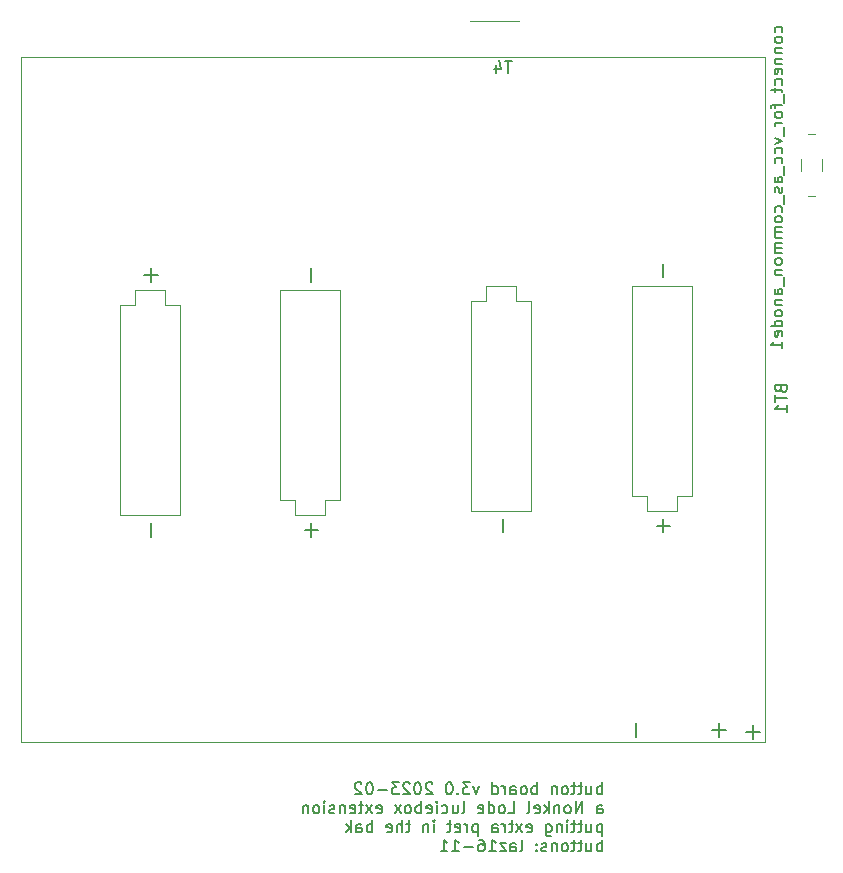
<source format=gbr>
%TF.GenerationSoftware,KiCad,Pcbnew,(6.0.0)*%
%TF.CreationDate,2023-02-05T23:33:58-08:00*%
%TF.ProjectId,button_pcb,62757474-6f6e-45f7-9063-622e6b696361,rev?*%
%TF.SameCoordinates,Original*%
%TF.FileFunction,Legend,Bot*%
%TF.FilePolarity,Positive*%
%FSLAX46Y46*%
G04 Gerber Fmt 4.6, Leading zero omitted, Abs format (unit mm)*
G04 Created by KiCad (PCBNEW (6.0.0)) date 2023-02-05 23:33:58*
%MOMM*%
%LPD*%
G01*
G04 APERTURE LIST*
%ADD10C,0.150000*%
%ADD11C,0.120000*%
%ADD12C,0.100000*%
G04 APERTURE END LIST*
D10*
X56560404Y-93541380D02*
X56560404Y-92541380D01*
X56560404Y-92922333D02*
X56465166Y-92874714D01*
X56274690Y-92874714D01*
X56179452Y-92922333D01*
X56131833Y-92969952D01*
X56084214Y-93065190D01*
X56084214Y-93350904D01*
X56131833Y-93446142D01*
X56179452Y-93493761D01*
X56274690Y-93541380D01*
X56465166Y-93541380D01*
X56560404Y-93493761D01*
X55227071Y-92874714D02*
X55227071Y-93541380D01*
X55655642Y-92874714D02*
X55655642Y-93398523D01*
X55608023Y-93493761D01*
X55512785Y-93541380D01*
X55369928Y-93541380D01*
X55274690Y-93493761D01*
X55227071Y-93446142D01*
X54893738Y-92874714D02*
X54512785Y-92874714D01*
X54750880Y-92541380D02*
X54750880Y-93398523D01*
X54703261Y-93493761D01*
X54608023Y-93541380D01*
X54512785Y-93541380D01*
X54322309Y-92874714D02*
X53941357Y-92874714D01*
X54179452Y-92541380D02*
X54179452Y-93398523D01*
X54131833Y-93493761D01*
X54036595Y-93541380D01*
X53941357Y-93541380D01*
X53465166Y-93541380D02*
X53560404Y-93493761D01*
X53608023Y-93446142D01*
X53655642Y-93350904D01*
X53655642Y-93065190D01*
X53608023Y-92969952D01*
X53560404Y-92922333D01*
X53465166Y-92874714D01*
X53322309Y-92874714D01*
X53227071Y-92922333D01*
X53179452Y-92969952D01*
X53131833Y-93065190D01*
X53131833Y-93350904D01*
X53179452Y-93446142D01*
X53227071Y-93493761D01*
X53322309Y-93541380D01*
X53465166Y-93541380D01*
X52703261Y-92874714D02*
X52703261Y-93541380D01*
X52703261Y-92969952D02*
X52655642Y-92922333D01*
X52560404Y-92874714D01*
X52417547Y-92874714D01*
X52322309Y-92922333D01*
X52274690Y-93017571D01*
X52274690Y-93541380D01*
X51036595Y-93541380D02*
X51036595Y-92541380D01*
X51036595Y-92922333D02*
X50941357Y-92874714D01*
X50750880Y-92874714D01*
X50655642Y-92922333D01*
X50608023Y-92969952D01*
X50560404Y-93065190D01*
X50560404Y-93350904D01*
X50608023Y-93446142D01*
X50655642Y-93493761D01*
X50750880Y-93541380D01*
X50941357Y-93541380D01*
X51036595Y-93493761D01*
X49988976Y-93541380D02*
X50084214Y-93493761D01*
X50131833Y-93446142D01*
X50179452Y-93350904D01*
X50179452Y-93065190D01*
X50131833Y-92969952D01*
X50084214Y-92922333D01*
X49988976Y-92874714D01*
X49846119Y-92874714D01*
X49750880Y-92922333D01*
X49703261Y-92969952D01*
X49655642Y-93065190D01*
X49655642Y-93350904D01*
X49703261Y-93446142D01*
X49750880Y-93493761D01*
X49846119Y-93541380D01*
X49988976Y-93541380D01*
X48798500Y-93541380D02*
X48798500Y-93017571D01*
X48846119Y-92922333D01*
X48941357Y-92874714D01*
X49131833Y-92874714D01*
X49227071Y-92922333D01*
X48798500Y-93493761D02*
X48893738Y-93541380D01*
X49131833Y-93541380D01*
X49227071Y-93493761D01*
X49274690Y-93398523D01*
X49274690Y-93303285D01*
X49227071Y-93208047D01*
X49131833Y-93160428D01*
X48893738Y-93160428D01*
X48798500Y-93112809D01*
X48322309Y-93541380D02*
X48322309Y-92874714D01*
X48322309Y-93065190D02*
X48274690Y-92969952D01*
X48227071Y-92922333D01*
X48131833Y-92874714D01*
X48036595Y-92874714D01*
X47274690Y-93541380D02*
X47274690Y-92541380D01*
X47274690Y-93493761D02*
X47369928Y-93541380D01*
X47560404Y-93541380D01*
X47655642Y-93493761D01*
X47703261Y-93446142D01*
X47750880Y-93350904D01*
X47750880Y-93065190D01*
X47703261Y-92969952D01*
X47655642Y-92922333D01*
X47560404Y-92874714D01*
X47369928Y-92874714D01*
X47274690Y-92922333D01*
X46131833Y-92874714D02*
X45893738Y-93541380D01*
X45655642Y-92874714D01*
X45369928Y-92541380D02*
X44750880Y-92541380D01*
X45084214Y-92922333D01*
X44941357Y-92922333D01*
X44846119Y-92969952D01*
X44798500Y-93017571D01*
X44750880Y-93112809D01*
X44750880Y-93350904D01*
X44798500Y-93446142D01*
X44846119Y-93493761D01*
X44941357Y-93541380D01*
X45227071Y-93541380D01*
X45322309Y-93493761D01*
X45369928Y-93446142D01*
X44322309Y-93446142D02*
X44274690Y-93493761D01*
X44322309Y-93541380D01*
X44369928Y-93493761D01*
X44322309Y-93446142D01*
X44322309Y-93541380D01*
X43655642Y-92541380D02*
X43560404Y-92541380D01*
X43465166Y-92589000D01*
X43417547Y-92636619D01*
X43369928Y-92731857D01*
X43322309Y-92922333D01*
X43322309Y-93160428D01*
X43369928Y-93350904D01*
X43417547Y-93446142D01*
X43465166Y-93493761D01*
X43560404Y-93541380D01*
X43655642Y-93541380D01*
X43750880Y-93493761D01*
X43798500Y-93446142D01*
X43846119Y-93350904D01*
X43893738Y-93160428D01*
X43893738Y-92922333D01*
X43846119Y-92731857D01*
X43798500Y-92636619D01*
X43750880Y-92589000D01*
X43655642Y-92541380D01*
X42179452Y-92636619D02*
X42131833Y-92589000D01*
X42036595Y-92541380D01*
X41798500Y-92541380D01*
X41703261Y-92589000D01*
X41655642Y-92636619D01*
X41608023Y-92731857D01*
X41608023Y-92827095D01*
X41655642Y-92969952D01*
X42227071Y-93541380D01*
X41608023Y-93541380D01*
X40988976Y-92541380D02*
X40893738Y-92541380D01*
X40798500Y-92589000D01*
X40750880Y-92636619D01*
X40703261Y-92731857D01*
X40655642Y-92922333D01*
X40655642Y-93160428D01*
X40703261Y-93350904D01*
X40750880Y-93446142D01*
X40798500Y-93493761D01*
X40893738Y-93541380D01*
X40988976Y-93541380D01*
X41084214Y-93493761D01*
X41131833Y-93446142D01*
X41179452Y-93350904D01*
X41227071Y-93160428D01*
X41227071Y-92922333D01*
X41179452Y-92731857D01*
X41131833Y-92636619D01*
X41084214Y-92589000D01*
X40988976Y-92541380D01*
X40274690Y-92636619D02*
X40227071Y-92589000D01*
X40131833Y-92541380D01*
X39893738Y-92541380D01*
X39798500Y-92589000D01*
X39750880Y-92636619D01*
X39703261Y-92731857D01*
X39703261Y-92827095D01*
X39750880Y-92969952D01*
X40322309Y-93541380D01*
X39703261Y-93541380D01*
X39369928Y-92541380D02*
X38750880Y-92541380D01*
X39084214Y-92922333D01*
X38941357Y-92922333D01*
X38846119Y-92969952D01*
X38798500Y-93017571D01*
X38750880Y-93112809D01*
X38750880Y-93350904D01*
X38798500Y-93446142D01*
X38846119Y-93493761D01*
X38941357Y-93541380D01*
X39227071Y-93541380D01*
X39322309Y-93493761D01*
X39369928Y-93446142D01*
X38322309Y-93160428D02*
X37560404Y-93160428D01*
X36893738Y-92541380D02*
X36798500Y-92541380D01*
X36703261Y-92589000D01*
X36655642Y-92636619D01*
X36608023Y-92731857D01*
X36560404Y-92922333D01*
X36560404Y-93160428D01*
X36608023Y-93350904D01*
X36655642Y-93446142D01*
X36703261Y-93493761D01*
X36798500Y-93541380D01*
X36893738Y-93541380D01*
X36988976Y-93493761D01*
X37036595Y-93446142D01*
X37084214Y-93350904D01*
X37131833Y-93160428D01*
X37131833Y-92922333D01*
X37084214Y-92731857D01*
X37036595Y-92636619D01*
X36988976Y-92589000D01*
X36893738Y-92541380D01*
X36179452Y-92636619D02*
X36131833Y-92589000D01*
X36036595Y-92541380D01*
X35798500Y-92541380D01*
X35703261Y-92589000D01*
X35655642Y-92636619D01*
X35608023Y-92731857D01*
X35608023Y-92827095D01*
X35655642Y-92969952D01*
X36227071Y-93541380D01*
X35608023Y-93541380D01*
X56131833Y-95151380D02*
X56131833Y-94627571D01*
X56179452Y-94532333D01*
X56274690Y-94484714D01*
X56465166Y-94484714D01*
X56560404Y-94532333D01*
X56131833Y-95103761D02*
X56227071Y-95151380D01*
X56465166Y-95151380D01*
X56560404Y-95103761D01*
X56608023Y-95008523D01*
X56608023Y-94913285D01*
X56560404Y-94818047D01*
X56465166Y-94770428D01*
X56227071Y-94770428D01*
X56131833Y-94722809D01*
X54893738Y-95151380D02*
X54893738Y-94151380D01*
X54322309Y-95151380D01*
X54322309Y-94151380D01*
X53703261Y-95151380D02*
X53798500Y-95103761D01*
X53846119Y-95056142D01*
X53893738Y-94960904D01*
X53893738Y-94675190D01*
X53846119Y-94579952D01*
X53798500Y-94532333D01*
X53703261Y-94484714D01*
X53560404Y-94484714D01*
X53465166Y-94532333D01*
X53417547Y-94579952D01*
X53369928Y-94675190D01*
X53369928Y-94960904D01*
X53417547Y-95056142D01*
X53465166Y-95103761D01*
X53560404Y-95151380D01*
X53703261Y-95151380D01*
X52941357Y-94484714D02*
X52941357Y-95151380D01*
X52941357Y-94579952D02*
X52893738Y-94532333D01*
X52798500Y-94484714D01*
X52655642Y-94484714D01*
X52560404Y-94532333D01*
X52512785Y-94627571D01*
X52512785Y-95151380D01*
X52036595Y-95151380D02*
X52036595Y-94151380D01*
X51941357Y-94770428D02*
X51655642Y-95151380D01*
X51655642Y-94484714D02*
X52036595Y-94865666D01*
X50846119Y-95103761D02*
X50941357Y-95151380D01*
X51131833Y-95151380D01*
X51227071Y-95103761D01*
X51274690Y-95008523D01*
X51274690Y-94627571D01*
X51227071Y-94532333D01*
X51131833Y-94484714D01*
X50941357Y-94484714D01*
X50846119Y-94532333D01*
X50798500Y-94627571D01*
X50798500Y-94722809D01*
X51274690Y-94818047D01*
X50227071Y-95151380D02*
X50322309Y-95103761D01*
X50369928Y-95008523D01*
X50369928Y-94151380D01*
X48608023Y-95151380D02*
X49084214Y-95151380D01*
X49084214Y-94151380D01*
X48131833Y-95151380D02*
X48227071Y-95103761D01*
X48274690Y-95056142D01*
X48322309Y-94960904D01*
X48322309Y-94675190D01*
X48274690Y-94579952D01*
X48227071Y-94532333D01*
X48131833Y-94484714D01*
X47988976Y-94484714D01*
X47893738Y-94532333D01*
X47846119Y-94579952D01*
X47798500Y-94675190D01*
X47798500Y-94960904D01*
X47846119Y-95056142D01*
X47893738Y-95103761D01*
X47988976Y-95151380D01*
X48131833Y-95151380D01*
X46941357Y-95151380D02*
X46941357Y-94151380D01*
X46941357Y-95103761D02*
X47036595Y-95151380D01*
X47227071Y-95151380D01*
X47322309Y-95103761D01*
X47369928Y-95056142D01*
X47417547Y-94960904D01*
X47417547Y-94675190D01*
X47369928Y-94579952D01*
X47322309Y-94532333D01*
X47227071Y-94484714D01*
X47036595Y-94484714D01*
X46941357Y-94532333D01*
X46084214Y-95103761D02*
X46179452Y-95151380D01*
X46369928Y-95151380D01*
X46465166Y-95103761D01*
X46512785Y-95008523D01*
X46512785Y-94627571D01*
X46465166Y-94532333D01*
X46369928Y-94484714D01*
X46179452Y-94484714D01*
X46084214Y-94532333D01*
X46036595Y-94627571D01*
X46036595Y-94722809D01*
X46512785Y-94818047D01*
X44703261Y-95151380D02*
X44798500Y-95103761D01*
X44846119Y-95008523D01*
X44846119Y-94151380D01*
X43893738Y-94484714D02*
X43893738Y-95151380D01*
X44322309Y-94484714D02*
X44322309Y-95008523D01*
X44274690Y-95103761D01*
X44179452Y-95151380D01*
X44036595Y-95151380D01*
X43941357Y-95103761D01*
X43893738Y-95056142D01*
X42988976Y-95103761D02*
X43084214Y-95151380D01*
X43274690Y-95151380D01*
X43369928Y-95103761D01*
X43417547Y-95056142D01*
X43465166Y-94960904D01*
X43465166Y-94675190D01*
X43417547Y-94579952D01*
X43369928Y-94532333D01*
X43274690Y-94484714D01*
X43084214Y-94484714D01*
X42988976Y-94532333D01*
X42560404Y-95151380D02*
X42560404Y-94484714D01*
X42560404Y-94151380D02*
X42608023Y-94199000D01*
X42560404Y-94246619D01*
X42512785Y-94199000D01*
X42560404Y-94151380D01*
X42560404Y-94246619D01*
X41703261Y-95103761D02*
X41798500Y-95151380D01*
X41988976Y-95151380D01*
X42084214Y-95103761D01*
X42131833Y-95008523D01*
X42131833Y-94627571D01*
X42084214Y-94532333D01*
X41988976Y-94484714D01*
X41798500Y-94484714D01*
X41703261Y-94532333D01*
X41655642Y-94627571D01*
X41655642Y-94722809D01*
X42131833Y-94818047D01*
X41227071Y-95151380D02*
X41227071Y-94151380D01*
X41227071Y-94532333D02*
X41131833Y-94484714D01*
X40941357Y-94484714D01*
X40846119Y-94532333D01*
X40798500Y-94579952D01*
X40750880Y-94675190D01*
X40750880Y-94960904D01*
X40798500Y-95056142D01*
X40846119Y-95103761D01*
X40941357Y-95151380D01*
X41131833Y-95151380D01*
X41227071Y-95103761D01*
X40179452Y-95151380D02*
X40274690Y-95103761D01*
X40322309Y-95056142D01*
X40369928Y-94960904D01*
X40369928Y-94675190D01*
X40322309Y-94579952D01*
X40274690Y-94532333D01*
X40179452Y-94484714D01*
X40036595Y-94484714D01*
X39941357Y-94532333D01*
X39893738Y-94579952D01*
X39846119Y-94675190D01*
X39846119Y-94960904D01*
X39893738Y-95056142D01*
X39941357Y-95103761D01*
X40036595Y-95151380D01*
X40179452Y-95151380D01*
X39512785Y-95151380D02*
X38988976Y-94484714D01*
X39512785Y-94484714D02*
X38988976Y-95151380D01*
X37465166Y-95103761D02*
X37560404Y-95151380D01*
X37750880Y-95151380D01*
X37846119Y-95103761D01*
X37893738Y-95008523D01*
X37893738Y-94627571D01*
X37846119Y-94532333D01*
X37750880Y-94484714D01*
X37560404Y-94484714D01*
X37465166Y-94532333D01*
X37417547Y-94627571D01*
X37417547Y-94722809D01*
X37893738Y-94818047D01*
X37084214Y-95151380D02*
X36560404Y-94484714D01*
X37084214Y-94484714D02*
X36560404Y-95151380D01*
X36322309Y-94484714D02*
X35941357Y-94484714D01*
X36179452Y-94151380D02*
X36179452Y-95008523D01*
X36131833Y-95103761D01*
X36036595Y-95151380D01*
X35941357Y-95151380D01*
X35227071Y-95103761D02*
X35322309Y-95151380D01*
X35512785Y-95151380D01*
X35608023Y-95103761D01*
X35655642Y-95008523D01*
X35655642Y-94627571D01*
X35608023Y-94532333D01*
X35512785Y-94484714D01*
X35322309Y-94484714D01*
X35227071Y-94532333D01*
X35179452Y-94627571D01*
X35179452Y-94722809D01*
X35655642Y-94818047D01*
X34750880Y-94484714D02*
X34750880Y-95151380D01*
X34750880Y-94579952D02*
X34703261Y-94532333D01*
X34608023Y-94484714D01*
X34465166Y-94484714D01*
X34369928Y-94532333D01*
X34322309Y-94627571D01*
X34322309Y-95151380D01*
X33893738Y-95103761D02*
X33798500Y-95151380D01*
X33608023Y-95151380D01*
X33512785Y-95103761D01*
X33465166Y-95008523D01*
X33465166Y-94960904D01*
X33512785Y-94865666D01*
X33608023Y-94818047D01*
X33750880Y-94818047D01*
X33846119Y-94770428D01*
X33893738Y-94675190D01*
X33893738Y-94627571D01*
X33846119Y-94532333D01*
X33750880Y-94484714D01*
X33608023Y-94484714D01*
X33512785Y-94532333D01*
X33036595Y-95151380D02*
X33036595Y-94484714D01*
X33036595Y-94151380D02*
X33084214Y-94199000D01*
X33036595Y-94246619D01*
X32988976Y-94199000D01*
X33036595Y-94151380D01*
X33036595Y-94246619D01*
X32417547Y-95151380D02*
X32512785Y-95103761D01*
X32560404Y-95056142D01*
X32608023Y-94960904D01*
X32608023Y-94675190D01*
X32560404Y-94579952D01*
X32512785Y-94532333D01*
X32417547Y-94484714D01*
X32274690Y-94484714D01*
X32179452Y-94532333D01*
X32131833Y-94579952D01*
X32084214Y-94675190D01*
X32084214Y-94960904D01*
X32131833Y-95056142D01*
X32179452Y-95103761D01*
X32274690Y-95151380D01*
X32417547Y-95151380D01*
X31655642Y-94484714D02*
X31655642Y-95151380D01*
X31655642Y-94579952D02*
X31608023Y-94532333D01*
X31512785Y-94484714D01*
X31369928Y-94484714D01*
X31274690Y-94532333D01*
X31227071Y-94627571D01*
X31227071Y-95151380D01*
X56560404Y-96094714D02*
X56560404Y-97094714D01*
X56560404Y-96142333D02*
X56465166Y-96094714D01*
X56274690Y-96094714D01*
X56179452Y-96142333D01*
X56131833Y-96189952D01*
X56084214Y-96285190D01*
X56084214Y-96570904D01*
X56131833Y-96666142D01*
X56179452Y-96713761D01*
X56274690Y-96761380D01*
X56465166Y-96761380D01*
X56560404Y-96713761D01*
X55227071Y-96094714D02*
X55227071Y-96761380D01*
X55655642Y-96094714D02*
X55655642Y-96618523D01*
X55608023Y-96713761D01*
X55512785Y-96761380D01*
X55369928Y-96761380D01*
X55274690Y-96713761D01*
X55227071Y-96666142D01*
X54893738Y-96094714D02*
X54512785Y-96094714D01*
X54750880Y-95761380D02*
X54750880Y-96618523D01*
X54703261Y-96713761D01*
X54608023Y-96761380D01*
X54512785Y-96761380D01*
X54322309Y-96094714D02*
X53941357Y-96094714D01*
X54179452Y-95761380D02*
X54179452Y-96618523D01*
X54131833Y-96713761D01*
X54036595Y-96761380D01*
X53941357Y-96761380D01*
X53608023Y-96761380D02*
X53608023Y-96094714D01*
X53608023Y-95761380D02*
X53655642Y-95809000D01*
X53608023Y-95856619D01*
X53560404Y-95809000D01*
X53608023Y-95761380D01*
X53608023Y-95856619D01*
X53131833Y-96094714D02*
X53131833Y-96761380D01*
X53131833Y-96189952D02*
X53084214Y-96142333D01*
X52988976Y-96094714D01*
X52846119Y-96094714D01*
X52750880Y-96142333D01*
X52703261Y-96237571D01*
X52703261Y-96761380D01*
X51798500Y-96094714D02*
X51798500Y-96904238D01*
X51846119Y-96999476D01*
X51893738Y-97047095D01*
X51988976Y-97094714D01*
X52131833Y-97094714D01*
X52227071Y-97047095D01*
X51798500Y-96713761D02*
X51893738Y-96761380D01*
X52084214Y-96761380D01*
X52179452Y-96713761D01*
X52227071Y-96666142D01*
X52274690Y-96570904D01*
X52274690Y-96285190D01*
X52227071Y-96189952D01*
X52179452Y-96142333D01*
X52084214Y-96094714D01*
X51893738Y-96094714D01*
X51798500Y-96142333D01*
X50179452Y-96713761D02*
X50274690Y-96761380D01*
X50465166Y-96761380D01*
X50560404Y-96713761D01*
X50608023Y-96618523D01*
X50608023Y-96237571D01*
X50560404Y-96142333D01*
X50465166Y-96094714D01*
X50274690Y-96094714D01*
X50179452Y-96142333D01*
X50131833Y-96237571D01*
X50131833Y-96332809D01*
X50608023Y-96428047D01*
X49798500Y-96761380D02*
X49274690Y-96094714D01*
X49798500Y-96094714D02*
X49274690Y-96761380D01*
X49036595Y-96094714D02*
X48655642Y-96094714D01*
X48893738Y-95761380D02*
X48893738Y-96618523D01*
X48846119Y-96713761D01*
X48750880Y-96761380D01*
X48655642Y-96761380D01*
X48322309Y-96761380D02*
X48322309Y-96094714D01*
X48322309Y-96285190D02*
X48274690Y-96189952D01*
X48227071Y-96142333D01*
X48131833Y-96094714D01*
X48036595Y-96094714D01*
X47274690Y-96761380D02*
X47274690Y-96237571D01*
X47322309Y-96142333D01*
X47417547Y-96094714D01*
X47608023Y-96094714D01*
X47703261Y-96142333D01*
X47274690Y-96713761D02*
X47369928Y-96761380D01*
X47608023Y-96761380D01*
X47703261Y-96713761D01*
X47750880Y-96618523D01*
X47750880Y-96523285D01*
X47703261Y-96428047D01*
X47608023Y-96380428D01*
X47369928Y-96380428D01*
X47274690Y-96332809D01*
X46036595Y-96094714D02*
X46036595Y-97094714D01*
X46036595Y-96142333D02*
X45941357Y-96094714D01*
X45750880Y-96094714D01*
X45655642Y-96142333D01*
X45608023Y-96189952D01*
X45560404Y-96285190D01*
X45560404Y-96570904D01*
X45608023Y-96666142D01*
X45655642Y-96713761D01*
X45750880Y-96761380D01*
X45941357Y-96761380D01*
X46036595Y-96713761D01*
X45131833Y-96761380D02*
X45131833Y-96094714D01*
X45131833Y-96285190D02*
X45084214Y-96189952D01*
X45036595Y-96142333D01*
X44941357Y-96094714D01*
X44846119Y-96094714D01*
X44131833Y-96713761D02*
X44227071Y-96761380D01*
X44417547Y-96761380D01*
X44512785Y-96713761D01*
X44560404Y-96618523D01*
X44560404Y-96237571D01*
X44512785Y-96142333D01*
X44417547Y-96094714D01*
X44227071Y-96094714D01*
X44131833Y-96142333D01*
X44084214Y-96237571D01*
X44084214Y-96332809D01*
X44560404Y-96428047D01*
X43798500Y-96094714D02*
X43417547Y-96094714D01*
X43655642Y-95761380D02*
X43655642Y-96618523D01*
X43608023Y-96713761D01*
X43512785Y-96761380D01*
X43417547Y-96761380D01*
X42322309Y-96761380D02*
X42322309Y-96094714D01*
X42322309Y-95761380D02*
X42369928Y-95809000D01*
X42322309Y-95856619D01*
X42274690Y-95809000D01*
X42322309Y-95761380D01*
X42322309Y-95856619D01*
X41846119Y-96094714D02*
X41846119Y-96761380D01*
X41846119Y-96189952D02*
X41798500Y-96142333D01*
X41703261Y-96094714D01*
X41560404Y-96094714D01*
X41465166Y-96142333D01*
X41417547Y-96237571D01*
X41417547Y-96761380D01*
X40322309Y-96094714D02*
X39941357Y-96094714D01*
X40179452Y-95761380D02*
X40179452Y-96618523D01*
X40131833Y-96713761D01*
X40036595Y-96761380D01*
X39941357Y-96761380D01*
X39608023Y-96761380D02*
X39608023Y-95761380D01*
X39179452Y-96761380D02*
X39179452Y-96237571D01*
X39227071Y-96142333D01*
X39322309Y-96094714D01*
X39465166Y-96094714D01*
X39560404Y-96142333D01*
X39608023Y-96189952D01*
X38322309Y-96713761D02*
X38417547Y-96761380D01*
X38608023Y-96761380D01*
X38703261Y-96713761D01*
X38750880Y-96618523D01*
X38750880Y-96237571D01*
X38703261Y-96142333D01*
X38608023Y-96094714D01*
X38417547Y-96094714D01*
X38322309Y-96142333D01*
X38274690Y-96237571D01*
X38274690Y-96332809D01*
X38750880Y-96428047D01*
X37084214Y-96761380D02*
X37084214Y-95761380D01*
X37084214Y-96142333D02*
X36988976Y-96094714D01*
X36798500Y-96094714D01*
X36703261Y-96142333D01*
X36655642Y-96189952D01*
X36608023Y-96285190D01*
X36608023Y-96570904D01*
X36655642Y-96666142D01*
X36703261Y-96713761D01*
X36798500Y-96761380D01*
X36988976Y-96761380D01*
X37084214Y-96713761D01*
X35750880Y-96761380D02*
X35750880Y-96237571D01*
X35798500Y-96142333D01*
X35893738Y-96094714D01*
X36084214Y-96094714D01*
X36179452Y-96142333D01*
X35750880Y-96713761D02*
X35846119Y-96761380D01*
X36084214Y-96761380D01*
X36179452Y-96713761D01*
X36227071Y-96618523D01*
X36227071Y-96523285D01*
X36179452Y-96428047D01*
X36084214Y-96380428D01*
X35846119Y-96380428D01*
X35750880Y-96332809D01*
X35274690Y-96761380D02*
X35274690Y-95761380D01*
X35179452Y-96380428D02*
X34893738Y-96761380D01*
X34893738Y-96094714D02*
X35274690Y-96475666D01*
X56560404Y-98371380D02*
X56560404Y-97371380D01*
X56560404Y-97752333D02*
X56465166Y-97704714D01*
X56274690Y-97704714D01*
X56179452Y-97752333D01*
X56131833Y-97799952D01*
X56084214Y-97895190D01*
X56084214Y-98180904D01*
X56131833Y-98276142D01*
X56179452Y-98323761D01*
X56274690Y-98371380D01*
X56465166Y-98371380D01*
X56560404Y-98323761D01*
X55227071Y-97704714D02*
X55227071Y-98371380D01*
X55655642Y-97704714D02*
X55655642Y-98228523D01*
X55608023Y-98323761D01*
X55512785Y-98371380D01*
X55369928Y-98371380D01*
X55274690Y-98323761D01*
X55227071Y-98276142D01*
X54893738Y-97704714D02*
X54512785Y-97704714D01*
X54750880Y-97371380D02*
X54750880Y-98228523D01*
X54703261Y-98323761D01*
X54608023Y-98371380D01*
X54512785Y-98371380D01*
X54322309Y-97704714D02*
X53941357Y-97704714D01*
X54179452Y-97371380D02*
X54179452Y-98228523D01*
X54131833Y-98323761D01*
X54036595Y-98371380D01*
X53941357Y-98371380D01*
X53465166Y-98371380D02*
X53560404Y-98323761D01*
X53608023Y-98276142D01*
X53655642Y-98180904D01*
X53655642Y-97895190D01*
X53608023Y-97799952D01*
X53560404Y-97752333D01*
X53465166Y-97704714D01*
X53322309Y-97704714D01*
X53227071Y-97752333D01*
X53179452Y-97799952D01*
X53131833Y-97895190D01*
X53131833Y-98180904D01*
X53179452Y-98276142D01*
X53227071Y-98323761D01*
X53322309Y-98371380D01*
X53465166Y-98371380D01*
X52703261Y-97704714D02*
X52703261Y-98371380D01*
X52703261Y-97799952D02*
X52655642Y-97752333D01*
X52560404Y-97704714D01*
X52417547Y-97704714D01*
X52322309Y-97752333D01*
X52274690Y-97847571D01*
X52274690Y-98371380D01*
X51846119Y-98323761D02*
X51750880Y-98371380D01*
X51560404Y-98371380D01*
X51465166Y-98323761D01*
X51417547Y-98228523D01*
X51417547Y-98180904D01*
X51465166Y-98085666D01*
X51560404Y-98038047D01*
X51703261Y-98038047D01*
X51798500Y-97990428D01*
X51846119Y-97895190D01*
X51846119Y-97847571D01*
X51798500Y-97752333D01*
X51703261Y-97704714D01*
X51560404Y-97704714D01*
X51465166Y-97752333D01*
X50988976Y-98276142D02*
X50941357Y-98323761D01*
X50988976Y-98371380D01*
X51036595Y-98323761D01*
X50988976Y-98276142D01*
X50988976Y-98371380D01*
X50988976Y-97752333D02*
X50941357Y-97799952D01*
X50988976Y-97847571D01*
X51036595Y-97799952D01*
X50988976Y-97752333D01*
X50988976Y-97847571D01*
X49608023Y-98371380D02*
X49703261Y-98323761D01*
X49750880Y-98228523D01*
X49750880Y-97371380D01*
X48798500Y-98371380D02*
X48798500Y-97847571D01*
X48846119Y-97752333D01*
X48941357Y-97704714D01*
X49131833Y-97704714D01*
X49227071Y-97752333D01*
X48798500Y-98323761D02*
X48893738Y-98371380D01*
X49131833Y-98371380D01*
X49227071Y-98323761D01*
X49274690Y-98228523D01*
X49274690Y-98133285D01*
X49227071Y-98038047D01*
X49131833Y-97990428D01*
X48893738Y-97990428D01*
X48798500Y-97942809D01*
X48417547Y-97704714D02*
X47893738Y-97704714D01*
X48417547Y-98371380D01*
X47893738Y-98371380D01*
X46988976Y-98371380D02*
X47560404Y-98371380D01*
X47274690Y-98371380D02*
X47274690Y-97371380D01*
X47369928Y-97514238D01*
X47465166Y-97609476D01*
X47560404Y-97657095D01*
X46131833Y-97371380D02*
X46322309Y-97371380D01*
X46417547Y-97419000D01*
X46465166Y-97466619D01*
X46560404Y-97609476D01*
X46608023Y-97799952D01*
X46608023Y-98180904D01*
X46560404Y-98276142D01*
X46512785Y-98323761D01*
X46417547Y-98371380D01*
X46227071Y-98371380D01*
X46131833Y-98323761D01*
X46084214Y-98276142D01*
X46036595Y-98180904D01*
X46036595Y-97942809D01*
X46084214Y-97847571D01*
X46131833Y-97799952D01*
X46227071Y-97752333D01*
X46417547Y-97752333D01*
X46512785Y-97799952D01*
X46560404Y-97847571D01*
X46608023Y-97942809D01*
X45608023Y-97990428D02*
X44846119Y-97990428D01*
X43846119Y-98371380D02*
X44417547Y-98371380D01*
X44131833Y-98371380D02*
X44131833Y-97371380D01*
X44227071Y-97514238D01*
X44322309Y-97609476D01*
X44417547Y-97657095D01*
X42893738Y-98371380D02*
X43465166Y-98371380D01*
X43179452Y-98371380D02*
X43179452Y-97371380D01*
X43274690Y-97514238D01*
X43369928Y-97609476D01*
X43465166Y-97657095D01*
%TO.C,BT1*%
X71666071Y-59214285D02*
X71713690Y-59357142D01*
X71761309Y-59404761D01*
X71856547Y-59452380D01*
X71999404Y-59452380D01*
X72094642Y-59404761D01*
X72142261Y-59357142D01*
X72189880Y-59261904D01*
X72189880Y-58880952D01*
X71189880Y-58880952D01*
X71189880Y-59214285D01*
X71237500Y-59309523D01*
X71285119Y-59357142D01*
X71380357Y-59404761D01*
X71475595Y-59404761D01*
X71570833Y-59357142D01*
X71618452Y-59309523D01*
X71666071Y-59214285D01*
X71666071Y-58880952D01*
X71189880Y-59738095D02*
X71189880Y-60309523D01*
X72189880Y-60023809D02*
X71189880Y-60023809D01*
X72189880Y-61166666D02*
X72189880Y-60595238D01*
X72189880Y-60880952D02*
X71189880Y-60880952D01*
X71332738Y-60785714D01*
X71427976Y-60690476D01*
X71475595Y-60595238D01*
X61734642Y-70223571D02*
X61734642Y-71366428D01*
X62306071Y-70795000D02*
X61163214Y-70795000D01*
X31939642Y-70578571D02*
X31939642Y-71721428D01*
X32511071Y-71150000D02*
X31368214Y-71150000D01*
X31939642Y-48988571D02*
X31939642Y-50131428D01*
X18349642Y-48988571D02*
X18349642Y-50131428D01*
X18921071Y-49560000D02*
X17778214Y-49560000D01*
X69322142Y-87693571D02*
X69322142Y-88836428D01*
X69893571Y-88265000D02*
X68750714Y-88265000D01*
X66444642Y-87528571D02*
X66444642Y-88671428D01*
X67016071Y-88100000D02*
X65873214Y-88100000D01*
X48144642Y-70223571D02*
X48144642Y-71366428D01*
X59444642Y-87528571D02*
X59444642Y-88671428D01*
X18349642Y-70578571D02*
X18349642Y-71721428D01*
X61734642Y-48633571D02*
X61734642Y-49776428D01*
%TO.C,connect_for_vcc_as_common_anode1*%
X71778761Y-29021142D02*
X71826380Y-28925904D01*
X71826380Y-28735428D01*
X71778761Y-28640190D01*
X71731142Y-28592571D01*
X71635904Y-28544952D01*
X71350190Y-28544952D01*
X71254952Y-28592571D01*
X71207333Y-28640190D01*
X71159714Y-28735428D01*
X71159714Y-28925904D01*
X71207333Y-29021142D01*
X71826380Y-29592571D02*
X71778761Y-29497333D01*
X71731142Y-29449714D01*
X71635904Y-29402095D01*
X71350190Y-29402095D01*
X71254952Y-29449714D01*
X71207333Y-29497333D01*
X71159714Y-29592571D01*
X71159714Y-29735428D01*
X71207333Y-29830666D01*
X71254952Y-29878285D01*
X71350190Y-29925904D01*
X71635904Y-29925904D01*
X71731142Y-29878285D01*
X71778761Y-29830666D01*
X71826380Y-29735428D01*
X71826380Y-29592571D01*
X71159714Y-30354476D02*
X71826380Y-30354476D01*
X71254952Y-30354476D02*
X71207333Y-30402095D01*
X71159714Y-30497333D01*
X71159714Y-30640190D01*
X71207333Y-30735428D01*
X71302571Y-30783047D01*
X71826380Y-30783047D01*
X71159714Y-31259238D02*
X71826380Y-31259238D01*
X71254952Y-31259238D02*
X71207333Y-31306857D01*
X71159714Y-31402095D01*
X71159714Y-31544952D01*
X71207333Y-31640190D01*
X71302571Y-31687809D01*
X71826380Y-31687809D01*
X71778761Y-32544952D02*
X71826380Y-32449714D01*
X71826380Y-32259238D01*
X71778761Y-32164000D01*
X71683523Y-32116380D01*
X71302571Y-32116380D01*
X71207333Y-32164000D01*
X71159714Y-32259238D01*
X71159714Y-32449714D01*
X71207333Y-32544952D01*
X71302571Y-32592571D01*
X71397809Y-32592571D01*
X71493047Y-32116380D01*
X71778761Y-33449714D02*
X71826380Y-33354476D01*
X71826380Y-33164000D01*
X71778761Y-33068761D01*
X71731142Y-33021142D01*
X71635904Y-32973523D01*
X71350190Y-32973523D01*
X71254952Y-33021142D01*
X71207333Y-33068761D01*
X71159714Y-33164000D01*
X71159714Y-33354476D01*
X71207333Y-33449714D01*
X71159714Y-33735428D02*
X71159714Y-34116380D01*
X70826380Y-33878285D02*
X71683523Y-33878285D01*
X71778761Y-33925904D01*
X71826380Y-34021142D01*
X71826380Y-34116380D01*
X71921619Y-34211619D02*
X71921619Y-34973523D01*
X71159714Y-35068761D02*
X71159714Y-35449714D01*
X71826380Y-35211619D02*
X70969238Y-35211619D01*
X70874000Y-35259238D01*
X70826380Y-35354476D01*
X70826380Y-35449714D01*
X71826380Y-35925904D02*
X71778761Y-35830666D01*
X71731142Y-35783047D01*
X71635904Y-35735428D01*
X71350190Y-35735428D01*
X71254952Y-35783047D01*
X71207333Y-35830666D01*
X71159714Y-35925904D01*
X71159714Y-36068761D01*
X71207333Y-36164000D01*
X71254952Y-36211619D01*
X71350190Y-36259238D01*
X71635904Y-36259238D01*
X71731142Y-36211619D01*
X71778761Y-36164000D01*
X71826380Y-36068761D01*
X71826380Y-35925904D01*
X71826380Y-36687809D02*
X71159714Y-36687809D01*
X71350190Y-36687809D02*
X71254952Y-36735428D01*
X71207333Y-36783047D01*
X71159714Y-36878285D01*
X71159714Y-36973523D01*
X71921619Y-37068761D02*
X71921619Y-37830666D01*
X71159714Y-37973523D02*
X71826380Y-38211619D01*
X71159714Y-38449714D01*
X71778761Y-39259238D02*
X71826380Y-39164000D01*
X71826380Y-38973523D01*
X71778761Y-38878285D01*
X71731142Y-38830666D01*
X71635904Y-38783047D01*
X71350190Y-38783047D01*
X71254952Y-38830666D01*
X71207333Y-38878285D01*
X71159714Y-38973523D01*
X71159714Y-39164000D01*
X71207333Y-39259238D01*
X71778761Y-40116380D02*
X71826380Y-40021142D01*
X71826380Y-39830666D01*
X71778761Y-39735428D01*
X71731142Y-39687809D01*
X71635904Y-39640190D01*
X71350190Y-39640190D01*
X71254952Y-39687809D01*
X71207333Y-39735428D01*
X71159714Y-39830666D01*
X71159714Y-40021142D01*
X71207333Y-40116380D01*
X71921619Y-40306857D02*
X71921619Y-41068761D01*
X71826380Y-41735428D02*
X71302571Y-41735428D01*
X71207333Y-41687809D01*
X71159714Y-41592571D01*
X71159714Y-41402095D01*
X71207333Y-41306857D01*
X71778761Y-41735428D02*
X71826380Y-41640190D01*
X71826380Y-41402095D01*
X71778761Y-41306857D01*
X71683523Y-41259238D01*
X71588285Y-41259238D01*
X71493047Y-41306857D01*
X71445428Y-41402095D01*
X71445428Y-41640190D01*
X71397809Y-41735428D01*
X71778761Y-42163999D02*
X71826380Y-42259238D01*
X71826380Y-42449714D01*
X71778761Y-42544952D01*
X71683523Y-42592571D01*
X71635904Y-42592571D01*
X71540666Y-42544952D01*
X71493047Y-42449714D01*
X71493047Y-42306857D01*
X71445428Y-42211619D01*
X71350190Y-42163999D01*
X71302571Y-42163999D01*
X71207333Y-42211619D01*
X71159714Y-42306857D01*
X71159714Y-42449714D01*
X71207333Y-42544952D01*
X71921619Y-42783047D02*
X71921619Y-43544952D01*
X71778761Y-44211619D02*
X71826380Y-44116380D01*
X71826380Y-43925904D01*
X71778761Y-43830666D01*
X71731142Y-43783047D01*
X71635904Y-43735428D01*
X71350190Y-43735428D01*
X71254952Y-43783047D01*
X71207333Y-43830666D01*
X71159714Y-43925904D01*
X71159714Y-44116380D01*
X71207333Y-44211619D01*
X71826380Y-44783047D02*
X71778761Y-44687809D01*
X71731142Y-44640190D01*
X71635904Y-44592571D01*
X71350190Y-44592571D01*
X71254952Y-44640190D01*
X71207333Y-44687809D01*
X71159714Y-44783047D01*
X71159714Y-44925904D01*
X71207333Y-45021142D01*
X71254952Y-45068761D01*
X71350190Y-45116380D01*
X71635904Y-45116380D01*
X71731142Y-45068761D01*
X71778761Y-45021142D01*
X71826380Y-44925904D01*
X71826380Y-44783047D01*
X71826380Y-45544952D02*
X71159714Y-45544952D01*
X71254952Y-45544952D02*
X71207333Y-45592571D01*
X71159714Y-45687809D01*
X71159714Y-45830666D01*
X71207333Y-45925904D01*
X71302571Y-45973523D01*
X71826380Y-45973523D01*
X71302571Y-45973523D02*
X71207333Y-46021142D01*
X71159714Y-46116380D01*
X71159714Y-46259238D01*
X71207333Y-46354476D01*
X71302571Y-46402095D01*
X71826380Y-46402095D01*
X71826380Y-46878285D02*
X71159714Y-46878285D01*
X71254952Y-46878285D02*
X71207333Y-46925904D01*
X71159714Y-47021142D01*
X71159714Y-47163999D01*
X71207333Y-47259238D01*
X71302571Y-47306857D01*
X71826380Y-47306857D01*
X71302571Y-47306857D02*
X71207333Y-47354476D01*
X71159714Y-47449714D01*
X71159714Y-47592571D01*
X71207333Y-47687809D01*
X71302571Y-47735428D01*
X71826380Y-47735428D01*
X71826380Y-48354476D02*
X71778761Y-48259238D01*
X71731142Y-48211619D01*
X71635904Y-48163999D01*
X71350190Y-48163999D01*
X71254952Y-48211619D01*
X71207333Y-48259238D01*
X71159714Y-48354476D01*
X71159714Y-48497333D01*
X71207333Y-48592571D01*
X71254952Y-48640190D01*
X71350190Y-48687809D01*
X71635904Y-48687809D01*
X71731142Y-48640190D01*
X71778761Y-48592571D01*
X71826380Y-48497333D01*
X71826380Y-48354476D01*
X71159714Y-49116380D02*
X71826380Y-49116380D01*
X71254952Y-49116380D02*
X71207333Y-49163999D01*
X71159714Y-49259238D01*
X71159714Y-49402095D01*
X71207333Y-49497333D01*
X71302571Y-49544952D01*
X71826380Y-49544952D01*
X71921619Y-49783047D02*
X71921619Y-50544952D01*
X71826380Y-51211619D02*
X71302571Y-51211619D01*
X71207333Y-51163999D01*
X71159714Y-51068761D01*
X71159714Y-50878285D01*
X71207333Y-50783047D01*
X71778761Y-51211619D02*
X71826380Y-51116380D01*
X71826380Y-50878285D01*
X71778761Y-50783047D01*
X71683523Y-50735428D01*
X71588285Y-50735428D01*
X71493047Y-50783047D01*
X71445428Y-50878285D01*
X71445428Y-51116380D01*
X71397809Y-51211619D01*
X71159714Y-51687809D02*
X71826380Y-51687809D01*
X71254952Y-51687809D02*
X71207333Y-51735428D01*
X71159714Y-51830666D01*
X71159714Y-51973523D01*
X71207333Y-52068761D01*
X71302571Y-52116380D01*
X71826380Y-52116380D01*
X71826380Y-52735428D02*
X71778761Y-52640190D01*
X71731142Y-52592571D01*
X71635904Y-52544952D01*
X71350190Y-52544952D01*
X71254952Y-52592571D01*
X71207333Y-52640190D01*
X71159714Y-52735428D01*
X71159714Y-52878285D01*
X71207333Y-52973523D01*
X71254952Y-53021142D01*
X71350190Y-53068761D01*
X71635904Y-53068761D01*
X71731142Y-53021142D01*
X71778761Y-52973523D01*
X71826380Y-52878285D01*
X71826380Y-52735428D01*
X71826380Y-53925904D02*
X70826380Y-53925904D01*
X71778761Y-53925904D02*
X71826380Y-53830666D01*
X71826380Y-53640190D01*
X71778761Y-53544952D01*
X71731142Y-53497333D01*
X71635904Y-53449714D01*
X71350190Y-53449714D01*
X71254952Y-53497333D01*
X71207333Y-53544952D01*
X71159714Y-53640190D01*
X71159714Y-53830666D01*
X71207333Y-53925904D01*
X71778761Y-54783047D02*
X71826380Y-54687809D01*
X71826380Y-54497333D01*
X71778761Y-54402095D01*
X71683523Y-54354476D01*
X71302571Y-54354476D01*
X71207333Y-54402095D01*
X71159714Y-54497333D01*
X71159714Y-54687809D01*
X71207333Y-54783047D01*
X71302571Y-54830666D01*
X71397809Y-54830666D01*
X71493047Y-54354476D01*
X71826380Y-55783047D02*
X71826380Y-55211619D01*
X71826380Y-55497333D02*
X70826380Y-55497333D01*
X70969238Y-55402095D01*
X71064476Y-55306857D01*
X71112095Y-55211619D01*
%TO.C,T4*%
X48894904Y-31456380D02*
X48323476Y-31456380D01*
X48609190Y-32456380D02*
X48609190Y-31456380D01*
X47561571Y-31789714D02*
X47561571Y-32456380D01*
X47799666Y-31408761D02*
X48037761Y-32123047D01*
X47418714Y-32123047D01*
D11*
%TO.C,BT1*%
X19512500Y-50830000D02*
X19512500Y-52100000D01*
X62897500Y-69525000D02*
X62897500Y-68255000D01*
X34372500Y-68610000D02*
X34372500Y-50830000D01*
X45497500Y-69525000D02*
X45497500Y-51745000D01*
X30562500Y-68610000D02*
X30562500Y-69880000D01*
X33102500Y-68610000D02*
X34372500Y-68610000D01*
X34372500Y-50830000D02*
X29292500Y-50830000D01*
X16972500Y-52100000D02*
X16972500Y-50830000D01*
X15702500Y-69880000D02*
X15702500Y-52100000D01*
X16972500Y-50830000D02*
X19512500Y-50830000D01*
X60357500Y-69525000D02*
X62897500Y-69525000D01*
X59087500Y-50475000D02*
X59087500Y-68255000D01*
X30562500Y-69880000D02*
X33102500Y-69880000D01*
X64167500Y-68255000D02*
X64167500Y-50475000D01*
X29292500Y-68610000D02*
X30562500Y-68610000D01*
X7337500Y-31100000D02*
X70337500Y-31100000D01*
X19512500Y-52100000D02*
X20782500Y-52100000D01*
X49307500Y-51745000D02*
X50577500Y-51745000D01*
X70337500Y-31100000D02*
X70337500Y-89100000D01*
X62897500Y-68255000D02*
X64167500Y-68255000D01*
X46767500Y-51745000D02*
X46767500Y-50475000D01*
X29292500Y-50830000D02*
X29292500Y-68610000D01*
X7337500Y-31100000D02*
X7337500Y-89100000D01*
X45497500Y-51745000D02*
X46767500Y-51745000D01*
X50577500Y-51745000D02*
X50577500Y-69525000D01*
X20782500Y-69880000D02*
X15702500Y-69880000D01*
X20782500Y-52100000D02*
X20782500Y-69880000D01*
X59087500Y-68255000D02*
X60357500Y-68255000D01*
X49307500Y-50475000D02*
X49307500Y-51745000D01*
X46767500Y-50475000D02*
X49307500Y-50475000D01*
X64167500Y-50475000D02*
X59087500Y-50475000D01*
X50577500Y-69525000D02*
X45497500Y-69525000D01*
X70337500Y-89100000D02*
X7337500Y-89100000D01*
X60357500Y-68255000D02*
X60357500Y-69525000D01*
X15702500Y-52100000D02*
X16972500Y-52100000D01*
X33102500Y-69880000D02*
X33102500Y-68610000D01*
D12*
%TO.C,connect_for_vcc_as_common_anode1*%
X73395000Y-40259000D02*
X73395000Y-39759000D01*
X73395000Y-40259000D02*
X73395000Y-40759000D01*
X74595000Y-42859000D02*
X73995000Y-42859000D01*
X75195000Y-40259000D02*
X75195000Y-39759000D01*
X75195000Y-40259000D02*
X75195000Y-40759000D01*
X74595000Y-37659000D02*
X73995000Y-37659000D01*
D11*
%TO.C,T4*%
X45403600Y-31091000D02*
X49493000Y-31091000D01*
X49518400Y-28091000D02*
X45403600Y-28091000D01*
%TD*%
M02*

</source>
